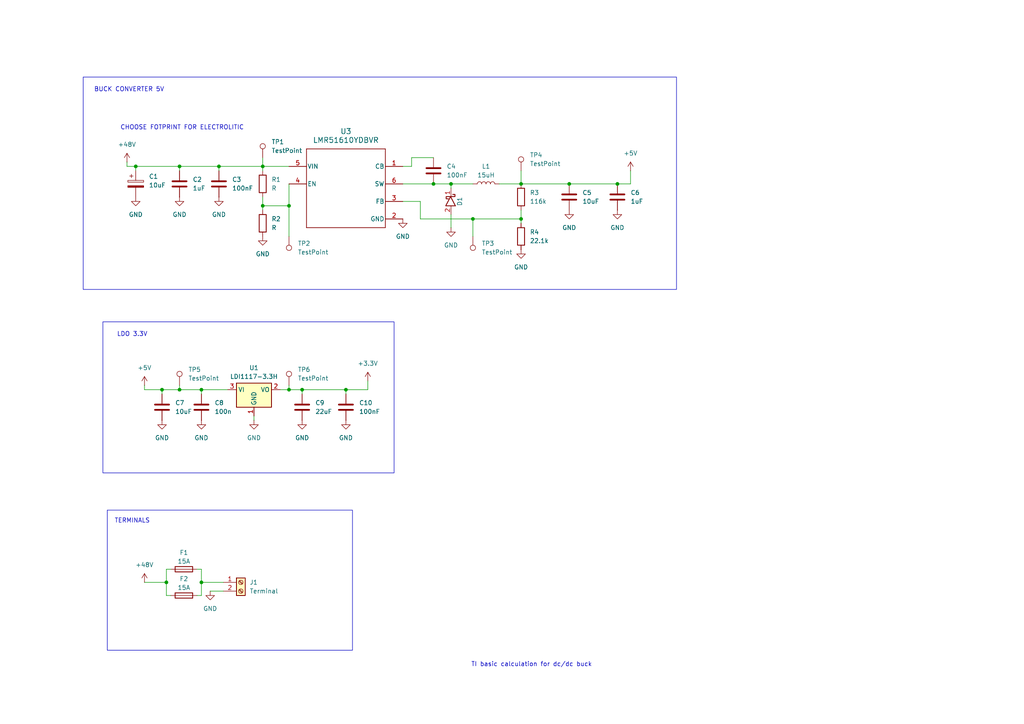
<source format=kicad_sch>
(kicad_sch (version 20250114) (generator "eeschema") (generator_version "9.0")
  (paper "A4")
  (lib_symbols
    (symbol "Connector:Screw_Terminal_01x02" (pin_names (offset 1.016) (hide yes))
      (property "Reference" "J" (at 0 2.54 0))
      (property "Value" "Screw_Terminal_01x02" (at 0 -5.08 0))
      (symbol "Screw_Terminal_01x02_1_1"
        (rectangle (start -1.27 1.27) (end 1.27 -3.81) (stroke (width 0.254)) (fill (type background)))
        (polyline (pts (xy -0.5334 0.3302) (xy 0.3302 -0.508)) (stroke (width 0.1524)))
        (polyline (pts (xy -0.5334 -2.2098) (xy 0.3302 -3.048)) (stroke (width 0.1524)))
        (polyline (pts (xy -0.3556 0.508) (xy 0.508 -0.3302)) (stroke (width 0.1524)))
        (polyline (pts (xy -0.3556 -2.032) (xy 0.508 -2.8702)) (stroke (width 0.1524)))
        (circle (center 0 0) (radius 0.635) (stroke (width 0.1524)))
        (circle (center 0 -2.54) (radius 0.635) (stroke (width 0.1524)))
        (pin passive line (at -5.08 0 0) (length 3.81) (name "Pin_1") (number "1"))
        (pin passive line (at -5.08 -2.54 0) (length 3.81) (name "Pin_2") (number "2"))
      )
    )
    (symbol "Connector:TestPoint" (pin_numbers (hide yes)) (pin_names (offset 0.762) (hide yes))
      (property "Reference" "TP" (at 0 6.858 0))
      (property "Value" "TestPoint" (at 0 5.08 0))
      (symbol "TestPoint_0_1"
        (circle (center 0 3.302) (radius 0.762))
      )
      (symbol "TestPoint_1_1"
        (pin passive line (at 0 0 90) (length 2.54) (name "1") (number "1"))
      )
    )
    (symbol "Device:C" (pin_numbers (hide yes)) (pin_names (offset 0.254))
      (property "Reference" "C" (at 0.635 2.54 0))
      (property "Value" "C" (at 0.635 -2.54 0))
      (symbol "C_0_1"
        (polyline (pts (xy -2.032 0.762) (xy 2.032 0.762)) (stroke (width 0.508)))
        (polyline (pts (xy -2.032 -0.762) (xy 2.032 -0.762)) (stroke (width 0.508)))
      )
      (symbol "C_1_1"
        (pin passive line (at 0 3.81 270) (length 2.794) (name "~") (number "1"))
        (pin passive line (at 0 -3.81 90) (length 2.794) (name "~") (number "2"))
      )
    )
    (symbol "Device:C_Polarized" (pin_numbers (hide yes)) (pin_names (offset 0.254))
      (property "Reference" "C" (at 0.635 2.54 0))
      (property "Value" "C_Polarized" (at 0.635 -2.54 0))
      (symbol "C_Polarized_0_1"
        (rectangle (start -2.286 0.508) (end 2.286 1.016))
        (polyline (pts (xy -1.778 2.286) (xy -0.762 2.286)))
        (polyline (pts (xy -1.27 2.794) (xy -1.27 1.778)))
        (rectangle (start 2.286 -0.508) (end -2.286 -1.016) (fill (type outline)))
      )
      (symbol "C_Polarized_1_1"
        (pin passive line (at 0 3.81 270) (length 2.794) (name "~") (number "1"))
        (pin passive line (at 0 -3.81 90) (length 2.794) (name "~") (number "2"))
      )
    )
    (symbol "Device:Fuse" (pin_numbers (hide yes)) (pin_names (offset 0))
      (property "Reference" "F" (at 2.032 0 90))
      (property "Value" "Fuse" (at -1.905 0 90))
      (symbol "Fuse_0_1"
        (rectangle (start -0.762 -2.54) (end 0.762 2.54) (stroke (width 0.254)))
        (polyline (pts (xy 0 2.54) (xy 0 -2.54)))
      )
      (symbol "Fuse_1_1"
        (pin passive line (at 0 3.81 270) (length 1.27) (name "~") (number "1"))
        (pin passive line (at 0 -3.81 90) (length 1.27) (name "~") (number "2"))
      )
    )
    (symbol "Device:L" (pin_numbers (hide yes)) (pin_names (offset 1.016) (hide yes))
      (property "Reference" "L" (at -1.27 0 90))
      (property "Value" "L" (at 1.905 0 90))
      (symbol "L_0_1"
        (arc (start 0 2.54) (mid 0.6323 1.905) (end 0 1.27))
        (arc (start 0 1.27) (mid 0.6323 0.635) (end 0 0))
        (arc (start 0 0) (mid 0.6323 -0.635) (end 0 -1.27))
        (arc (start 0 -1.27) (mid 0.6323 -1.905) (end 0 -2.54))
      )
      (symbol "L_1_1"
        (pin passive line (at 0 3.81 270) (length 1.27) (name "1") (number "1"))
        (pin passive line (at 0 -3.81 90) (length 1.27) (name "2") (number "2"))
      )
    )
    (symbol "Device:R" (pin_numbers (hide yes)) (pin_names (offset 0))
      (property "Reference" "R" (at 2.032 0 90))
      (property "Value" "R" (at 0 0 90))
      (symbol "R_0_1"
        (rectangle (start -1.016 -2.54) (end 1.016 2.54) (stroke (width 0.254)))
      )
      (symbol "R_1_1"
        (pin passive line (at 0 3.81 270) (length 1.27) (name "~") (number "1"))
        (pin passive line (at 0 -3.81 90) (length 1.27) (name "~") (number "2"))
      )
    )
    (symbol "LMR51610YDBVR:LMR51610YDBVR" (pin_names (offset 0.254))
      (property "Reference" "U" (at 0 2.54 0))
      (property "Value" "LMR51610YDBVR" (at 0 0 0))
      (symbol "LMR51610YDBVR_0_1"
        (polyline (pts (xy 5.08 5.08) (xy 5.08 -17.78)) (stroke (width 0.2032)))
        (polyline (pts (xy 5.08 -17.78) (xy 27.94 -17.78)) (stroke (width 0.2032)))
        (polyline (pts (xy 27.94 5.08) (xy 5.08 5.08)) (stroke (width 0.2032)))
        (polyline (pts (xy 27.94 -17.78) (xy 27.94 5.08)) (stroke (width 0.2032)))
        (pin power_in line (at 0 0 0) (length 5.08) (name "VIN") (number "5"))
        (pin input line (at 0 -5.08 0) (length 5.08) (name "EN") (number "4"))
        (pin unspecified line (at 33.02 0 180) (length 5.08) (name "CB") (number "1"))
        (pin unspecified line (at 33.02 -5.08 180) (length 5.08) (name "SW") (number "6"))
        (pin unspecified line (at 33.02 -10.16 180) (length 5.08) (name "FB") (number "3"))
        (pin power_in line (at 33.02 -15.24 180) (length 5.08) (name "GND") (number "2"))
      )
    )
    (symbol "Regulator_Linear:LM1117MP-3.3"
      (property "Reference" "U" (at -3.81 3.175 0))
      (property "Value" "LM1117MP-3.3" (at 0 3.175 0))
      (symbol "LM1117MP-3.3_0_1"
        (rectangle (start -5.08 -5.08) (end 5.08 1.905) (stroke (width 0.254)) (fill (type background)))
      )
      (symbol "LM1117MP-3.3_1_1"
        (pin power_in line (at -7.62 0 0) (length 2.54) (name "VI") (number "3"))
        (pin power_in line (at 0 -7.62 90) (length 2.54) (name "GND") (number "1"))
        (pin power_out line (at 7.62 0 180) (length 2.54) (name "VO") (number "2"))
      )
    )
    (symbol "SBR3U60P1-7:SBR3U60P1-7" (pin_names (hide yes))
      (property "Reference" "D" (at -5.842 6.096 0))
      (property "Value" "SBR3U60P1-7" (at -5.842 3.556 0))
      (symbol "SBR3U60P1-7_0_1"
        (polyline (pts (xy -2.032 0.508) (xy -2.032 1.143) (xy -1.397 1.143) (xy -1.397 -1.397) (xy -0.762 -1.397) (xy -0.762 -0.762)) (stroke (width 0.254)))
        (polyline (pts (xy 1.27 1.27) (xy 1.27 -1.524) (xy -1.397 -0.127) (xy 1.27 1.27)) (stroke (width 0.254)))
      )
      (symbol "SBR3U60P1-7_1_1"
        (pin passive line (at -3.81 0 0) (length 2.54) (name "") (number "1"))
        (pin passive line (at 3.81 0 180) (length 2.54) (name "") (number "2"))
      )
    )
    (symbol "power:+3.3V" (power) (pin_numbers (hide yes)) (pin_names (offset 0) (hide yes))
      (property "Value" "+3.3V" (at 0 3.556 0))
      (symbol "+3.3V_0_1"
        (polyline (pts (xy -0.762 1.27) (xy 0 2.54)))
        (polyline (pts (xy 0 2.54) (xy 0.762 1.27)))
        (polyline (pts (xy 0 0) (xy 0 2.54)))
      )
      (symbol "+3.3V_1_1"
        (pin power_in line (at 0 0 90) (length 0) (name "~") (number "1"))
      )
    )
    (symbol "power:+48V" (power) (pin_numbers (hide yes)) (pin_names (offset 0) (hide yes))
      (property "Value" "+48V" (at 0 3.556 0))
      (symbol "+48V_0_1"
        (polyline (pts (xy -0.762 1.27) (xy 0 2.54)))
        (polyline (pts (xy 0 2.54) (xy 0.762 1.27)))
        (polyline (pts (xy 0 0) (xy 0 2.54)))
      )
      (symbol "+48V_1_1"
        (pin power_in line (at 0 0 90) (length 0) (name "~") (number "1"))
      )
    )
    (symbol "power:+5V" (power) (pin_numbers (hide yes)) (pin_names (offset 0) (hide yes))
      (property "Value" "+5V" (at 0 3.556 0))
      (symbol "+5V_0_1"
        (polyline (pts (xy -0.762 1.27) (xy 0 2.54)))
        (polyline (pts (xy 0 2.54) (xy 0.762 1.27)))
        (polyline (pts (xy 0 0) (xy 0 2.54)))
      )
      (symbol "+5V_1_1"
        (pin power_in line (at 0 0 90) (length 0) (name "~") (number "1"))
      )
    )
    (symbol "power:GND" (power) (pin_numbers (hide yes)) (pin_names (offset 0) (hide yes))
      (property "Value" "GND" (at 0 -3.81 0))
      (symbol "GND_0_1"
        (polyline (pts (xy 0 0) (xy 0 -1.27) (xy 1.27 -1.27) (xy 0 -2.54) (xy -1.27 -1.27) (xy 0 -1.27)))
      )
      (symbol "GND_1_1"
        (pin power_in line (at 0 0 270) (length 0) (name "~") (number "1"))
      )
    )
  )
  (rectangle (start 31.115 147.955) (end 102.235 188.595))
  (rectangle (start 24.13 22.352) (end 196.215 83.947))
  (rectangle (start 29.845 93.345) (end 114.3 137.16))
  (text "LDO 3.3V\n" (at 38.354 97.028 0) (effects (font (size 1.27 1.27))))
  (text "BUCK CONVERTER 5V" (at 37.465 26.035 0) (effects (font (size 1.27 1.27))))
  (text "CHOOSE FOTPRINT FOR ELECTROLITIC" (at 52.832 37.084 0) (effects (font (size 1.27 1.27))))
  (text "TI basic calculation for dc/dc buck" (at 154.178 192.786 0) (effects (font (size 1.27 1.27))))
  (text "TERMINALS\n" (at 38.354 151.13 0) (effects (font (size 1.27 1.27))))
  (junction (at 58.42 113.03))
  (junction (at 151.13 53.34))
  (junction (at 52.07 48.26))
  (junction (at 76.2 48.26))
  (junction (at 83.82 113.03))
  (junction (at 100.33 113.03))
  (junction (at 58.42 168.91))
  (junction (at 125.73 53.34))
  (junction (at 130.81 53.34))
  (junction (at 52.07 113.03))
  (junction (at 48.26 168.91))
  (junction (at 76.2 59.69))
  (junction (at 87.63 113.03))
  (junction (at 165.1 53.34))
  (junction (at 46.99 113.03))
  (junction (at 39.37 48.26))
  (junction (at 179.07 53.34))
  (junction (at 63.5 48.26))
  (junction (at 137.16 63.5))
  (junction (at 151.13 63.5))
  (junction (at 83.82 59.69))
  (wire (pts (xy 83.82 59.69) (xy 76.2 59.69)))
  (wire (pts (xy 76.2 59.69) (xy 76.2 60.96)))
  (wire (pts (xy 119.38 48.26) (xy 116.84 48.26)))
  (wire (pts (xy 125.73 53.34) (xy 130.81 53.34)))
  (wire (pts (xy 46.99 113.03) (xy 46.99 114.3)))
  (wire (pts (xy 64.77 171.45) (xy 60.96 171.45)))
  (wire (pts (xy 76.2 57.15) (xy 76.2 59.69)))
  (wire (pts (xy 116.84 53.34) (xy 125.73 53.34)))
  (wire (pts (xy 36.83 48.26) (xy 36.83 46.99)))
  (wire (pts (xy 130.81 53.34) (xy 137.16 53.34)))
  (wire (pts (xy 130.81 62.23) (xy 130.81 66.04)))
  (wire (pts (xy 119.38 45.72) (xy 125.73 45.72)))
  (wire (pts (xy 49.53 172.72) (xy 48.26 172.72)))
  (wire (pts (xy 58.42 165.1) (xy 58.42 168.91)))
  (wire (pts (xy 83.82 48.26) (xy 76.2 48.26)))
  (wire (pts (xy 121.92 63.5) (xy 121.92 58.42)))
  (wire (pts (xy 63.5 48.26) (xy 76.2 48.26)))
  (wire (pts (xy 52.07 113.03) (xy 58.42 113.03)))
  (wire (pts (xy 87.63 113.03) (xy 87.63 114.3)))
  (wire (pts (xy 58.42 113.03) (xy 58.42 114.3)))
  (wire (pts (xy 39.37 48.26) (xy 39.37 49.53)))
  (wire (pts (xy 100.33 113.03) (xy 87.63 113.03)))
  (wire (pts (xy 58.42 113.03) (xy 66.04 113.03)))
  (wire (pts (xy 119.38 45.72) (xy 119.38 48.26)))
  (wire (pts (xy 73.66 121.92) (xy 73.66 120.65)))
  (wire (pts (xy 39.37 48.26) (xy 52.07 48.26)))
  (wire (pts (xy 83.82 53.34) (xy 83.82 59.69)))
  (wire (pts (xy 137.16 63.5) (xy 137.16 68.58)))
  (wire (pts (xy 151.13 49.53) (xy 151.13 53.34)))
  (wire (pts (xy 48.26 165.1) (xy 48.26 168.91)))
  (wire (pts (xy 57.15 165.1) (xy 58.42 165.1)))
  (wire (pts (xy 48.26 172.72) (xy 48.26 168.91)))
  (wire (pts (xy 151.13 60.96) (xy 151.13 63.5)))
  (wire (pts (xy 151.13 63.5) (xy 151.13 64.77)))
  (wire (pts (xy 179.07 53.34) (xy 182.88 53.34)))
  (wire (pts (xy 58.42 172.72) (xy 58.42 168.91)))
  (wire (pts (xy 36.83 48.26) (xy 39.37 48.26)))
  (wire (pts (xy 151.13 53.34) (xy 165.1 53.34)))
  (wire (pts (xy 81.28 113.03) (xy 83.82 113.03)))
  (wire (pts (xy 76.2 48.26) (xy 76.2 49.53)))
  (wire (pts (xy 48.26 168.91) (xy 41.91 168.91)))
  (wire (pts (xy 121.92 58.42) (xy 116.84 58.42)))
  (wire (pts (xy 52.07 48.26) (xy 52.07 49.53)))
  (wire (pts (xy 144.78 53.34) (xy 151.13 53.34)))
  (wire (pts (xy 41.91 113.03) (xy 41.91 111.76)))
  (wire (pts (xy 182.88 49.53) (xy 182.88 53.34)))
  (wire (pts (xy 100.33 113.03) (xy 100.33 114.3)))
  (wire (pts (xy 76.2 45.72) (xy 76.2 48.26)))
  (wire (pts (xy 52.07 48.26) (xy 63.5 48.26)))
  (wire (pts (xy 83.82 111.76) (xy 83.82 113.03)))
  (wire (pts (xy 41.91 113.03) (xy 46.99 113.03)))
  (wire (pts (xy 106.68 110.49) (xy 106.68 113.03)))
  (wire (pts (xy 83.82 113.03) (xy 87.63 113.03)))
  (wire (pts (xy 58.42 168.91) (xy 64.77 168.91)))
  (wire (pts (xy 83.82 59.69) (xy 83.82 68.58)))
  (wire (pts (xy 57.15 172.72) (xy 58.42 172.72)))
  (wire (pts (xy 106.68 113.03) (xy 100.33 113.03)))
  (wire (pts (xy 137.16 63.5) (xy 151.13 63.5)))
  (wire (pts (xy 63.5 48.26) (xy 63.5 49.53)))
  (wire (pts (xy 48.26 165.1) (xy 49.53 165.1)))
  (wire (pts (xy 130.81 53.34) (xy 130.81 54.61)))
  (wire (pts (xy 46.99 113.03) (xy 52.07 113.03)))
  (wire (pts (xy 165.1 53.34) (xy 179.07 53.34)))
  (wire (pts (xy 52.07 111.76) (xy 52.07 113.03)))
  (wire (pts (xy 121.92 63.5) (xy 137.16 63.5)))
  (symbol (lib_id "Connector:TestPoint") (at 151.13 49.53 0) (unit 1)
    (property "Reference" "TP4" (at 153.67 44.9579 0) (effects (justify left)))
    (property "Value" "TestPoint" (at 153.67 47.4979 0) (effects (justify left)))
    (property "Footprint" "TestPoint:TestPoint_Pad_D1.5mm" (effects (hide yes)))
    (property "Description" "test point" (effects (hide yes)))
  )
  (symbol (lib_id "power:GND") (at 46.99 121.92 0) (unit 1)
    (property "Reference" "#PWR06" (effects (hide yes)))
    (property "Value" "GND" (at 46.99 127 0))
    (property "Description" "Power symbol creates a global label with name \"GND\" , ground" (effects (hide yes)))
  )
  (symbol (lib_id "Device:C") (at 52.07 53.34 0) (unit 1)
    (property "Reference" "C2" (at 55.88 52.0699 0) (effects (justify left)))
    (property "Value" "1uF" (at 55.88 54.6099 0) (effects (justify left)))
    (property "Footprint" "Capacitor_SMD:C_0805_2012Metric_Pad1.18x1.45mm_HandSolder" (effects (hide yes)))
    (property "Description" "Unpolarized capacitor" (effects (hide yes)))
  )
  (symbol (lib_id "power:GND") (at 63.5 57.15 0) (unit 1)
    (property "Reference" "#PWR09" (effects (hide yes)))
    (property "Value" "GND" (at 63.5 62.23 0))
    (property "Description" "Power symbol creates a global label with name \"GND\" , ground" (effects (hide yes)))
  )
  (symbol (lib_id "power:GND") (at 179.07 60.96 0) (unit 1)
    (property "Reference" "#PWR019" (effects (hide yes)))
    (property "Value" "GND" (at 179.07 66.04 0))
    (property "Description" "Power symbol creates a global label with name \"GND\" , ground" (effects (hide yes)))
  )
  (symbol (lib_id "power:GND") (at 100.33 121.92 0) (unit 1)
    (property "Reference" "#PWR013" (effects (hide yes)))
    (property "Value" "GND" (at 100.33 127 0))
    (property "Description" "Power symbol creates a global label with name \"GND\" , ground" (effects (hide yes)))
  )
  (symbol (lib_id "power:GND") (at 52.07 57.15 0) (unit 1)
    (property "Reference" "#PWR07" (effects (hide yes)))
    (property "Value" "GND" (at 52.07 62.23 0))
    (property "Description" "Power symbol creates a global label with name \"GND\" , ground" (effects (hide yes)))
  )
  (symbol (lib_id "Device:Fuse") (at 53.34 172.72 270) (unit 1)
    (property "Reference" "F2" (at 53.34 167.894 90))
    (property "Value" "15A" (at 53.34 170.434 90))
    (property "Footprint" "Fuse:Fuse_Blade_ATO_directSolder" (effects (hide yes)))
    (property "Description" "Fuse" (effects (hide yes)))
  )
  (symbol (lib_id "Connector:TestPoint") (at 137.16 68.58 180) (unit 1)
    (property "Reference" "TP3" (at 139.7 70.6119 0) (effects (justify right)))
    (property "Value" "TestPoint" (at 139.7 73.1519 0) (effects (justify right)))
    (property "Footprint" "TestPoint:TestPoint_Pad_D1.5mm" (effects (hide yes)))
    (property "Description" "test point" (effects (hide yes)))
  )
  (symbol (lib_id "Device:C") (at 179.07 57.15 180) (unit 1)
    (property "Reference" "C6" (at 182.88 55.8799 0) (effects (justify right)))
    (property "Value" "1uF" (at 182.88 58.4199 0) (effects (justify right)))
    (property "Footprint" "Capacitor_SMD:C_0805_2012Metric_Pad1.18x1.45mm_HandSolder" (effects (hide yes)))
    (property "Description" "Unpolarized capacitor" (effects (hide yes)))
  )
  (symbol (lib_id "power:GND") (at 151.13 72.39 0) (unit 1)
    (property "Reference" "#PWR017" (effects (hide yes)))
    (property "Value" "GND" (at 151.13 77.47 0))
    (property "Description" "Power symbol creates a global label with name \"GND\" , ground" (effects (hide yes)))
  )
  (symbol (lib_id "power:GND") (at 60.96 171.45 0) (unit 1)
    (property "Reference" "#PWR05" (effects (hide yes)))
    (property "Value" "GND" (at 60.96 176.53 0))
    (property "Description" "Power symbol creates a global label with name \"GND\" , ground" (effects (hide yes)))
  )
  (symbol (lib_id "Device:R") (at 76.2 64.77 180) (unit 1)
    (property "Reference" "R2" (at 78.74 63.4999 0) (effects (justify right)))
    (property "Value" "R" (at 78.74 66.0399 0) (effects (justify right)))
    (property "Footprint" "Resistor_SMD:R_0603_1608Metric_Pad0.98x0.95mm_HandSolder" (effects (hide yes)))
    (property "Description" "Resistor" (effects (hide yes)))
  )
  (symbol (lib_id "Device:C") (at 165.1 57.15 180) (unit 1)
    (property "Reference" "C5" (at 168.91 55.8799 0) (effects (justify right)))
    (property "Value" "10uF" (at 168.91 58.4199 0) (effects (justify right)))
    (property "Footprint" "Capacitor_SMD:C_0805_2012Metric_Pad1.18x1.45mm_HandSolder" (effects (hide yes)))
    (property "Description" "Unpolarized capacitor" (effects (hide yes)))
  )
  (symbol (lib_id "power:GND") (at 165.1 60.96 0) (unit 1)
    (property "Reference" "#PWR018" (effects (hide yes)))
    (property "Value" "GND" (at 165.1 66.04 0))
    (property "Description" "Power symbol creates a global label with name \"GND\" , ground" (effects (hide yes)))
  )
  (symbol (lib_id "Device:Fuse") (at 53.34 165.1 90) (unit 1)
    (property "Reference" "F1" (at 53.34 160.274 90))
    (property "Value" "15A" (at 53.34 162.814 90))
    (property "Footprint" "Fuse:Fuse_Blade_ATO_directSolder" (effects (hide yes)))
    (property "Description" "Fuse" (effects (hide yes)))
  )
  (symbol (lib_id "power:GND") (at 73.66 121.92 0) (unit 1)
    (property "Reference" "#PWR010" (effects (hide yes)))
    (property "Value" "GND" (at 73.66 127 0))
    (property "Description" "Power symbol creates a global label with name \"GND\" , ground" (effects (hide yes)))
  )
  (symbol (lib_id "Device:L") (at 140.97 53.34 90) (unit 1)
    (property "Reference" "L1" (at 140.97 48.26 90))
    (property "Value" "15uH" (at 140.97 50.8 90))
    (property "Footprint" "Inductor_SMD:L_APV_ANR6045" (effects (hide yes)))
    (property "Datasheet" "https://www.mouser.pl/ProductDetail/TDK/VLS6045EX-150M?qs=oF%2FSscNnLpDh4m%2FVdQ%2FgKQ%3D%3D" (effects (hide yes)))
    (property "Description" "Inductor" (effects (hide yes)))
  )
  (symbol (lib_id "Connector:TestPoint") (at 52.07 111.76 0) (unit 1)
    (property "Reference" "TP5" (at 54.61 107.1879 0) (effects (justify left)))
    (property "Value" "TestPoint" (at 54.61 109.7279 0) (effects (justify left)))
    (property "Footprint" "TestPoint:TestPoint_Pad_D1.5mm" (effects (hide yes)))
    (property "Description" "test point" (effects (hide yes)))
  )
  (symbol (lib_id "power:+5V") (at 182.88 49.53 0) (unit 1)
    (property "Reference" "#PWR031" (effects (hide yes)))
    (property "Value" "+5V" (at 182.88 44.45 0))
    (property "Description" "Power symbol creates a global label with name \"+5V\"" (effects (hide yes)))
  )
  (symbol (lib_id "Regulator_Linear:LM1117MP-3.3") (at 73.66 113.03 0) (unit 1)
    (property "Reference" "U1" (at 73.66 106.68 0))
    (property "Value" "LDI1117-3.3H" (at 73.66 109.22 0))
    (property "Footprint" "Package_TO_SOT_SMD:SOT-223-3_TabPin2" (effects (hide yes)))
    (property "Datasheet" "https://www.tme.eu/Document/084a5eb18462203f10c4803bc35208f3/ldi1117h.pdf" (effects (hide yes)))
    (property "Description" "1A Low-Dropout Linear Regulator, 3.3V fixed output, SOT-223" (effects (hide yes)))
  )
  (symbol (lib_id "Connector:TestPoint") (at 83.82 111.76 0) (unit 1)
    (property "Reference" "TP6" (at 86.36 107.1879 0) (effects (justify left)))
    (property "Value" "TestPoint" (at 86.36 109.7279 0) (effects (justify left)))
    (property "Footprint" "TestPoint:TestPoint_Pad_D1.5mm" (effects (hide yes)))
    (property "Description" "test point" (effects (hide yes)))
  )
  (symbol (lib_id "Device:C") (at 87.63 118.11 0) (unit 1)
    (property "Reference" "C9" (at 91.44 116.8399 0) (effects (justify left)))
    (property "Value" "22uF" (at 91.44 119.3799 0) (effects (justify left)))
    (property "Footprint" "Capacitor_SMD:C_0805_2012Metric_Pad1.18x1.45mm_HandSolder" (effects (hide yes)))
    (property "Description" "Unpolarized capacitor" (effects (hide yes)))
  )
  (symbol (lib_id "Device:R") (at 76.2 53.34 180) (unit 1)
    (property "Reference" "R1" (at 78.74 52.0699 0) (effects (justify right)))
    (property "Value" "R" (at 78.74 54.6099 0) (effects (justify right)))
    (property "Footprint" "Resistor_SMD:R_0603_1608Metric_Pad0.98x0.95mm_HandSolder" (effects (hide yes)))
    (property "Description" "Resistor" (effects (hide yes)))
  )
  (symbol (lib_id "power:+48V") (at 36.83 46.99 0) (unit 1)
    (property "Reference" "#PWR01" (effects (hide yes)))
    (property "Value" "+48V" (at 36.83 41.91 0))
    (property "Description" "Power symbol creates a global label with name \"+48V\"" (effects (hide yes)))
  )
  (symbol (lib_id "power:GND") (at 130.81 66.04 0) (unit 1)
    (property "Reference" "#PWR016" (effects (hide yes)))
    (property "Value" "GND" (at 130.81 71.12 0))
    (property "Description" "Power symbol creates a global label with name \"GND\" , ground" (effects (hide yes)))
  )
  (symbol (lib_id "power:+3.3V") (at 106.68 110.49 0) (unit 1)
    (property "Reference" "#PWR014" (effects (hide yes)))
    (property "Value" "+3.3V" (at 106.68 105.41 0))
    (property "Description" "Power symbol creates a global label with name \"+3.3V\"" (effects (hide yes)))
  )
  (symbol (lib_id "Connector:Screw_Terminal_01x02") (at 69.85 168.91 0) (unit 1)
    (property "Reference" "J1" (at 72.39 168.9099 0) (effects (justify left)))
    (property "Value" "Terminal" (at 72.39 171.4499 0) (effects (justify left)))
    (property "Footprint" "TerminalBlock:TerminalBlock_Wuerth_691311400102_P7.62mm" (effects (hide yes)))
    (property "Description" "Generic screw terminal, single row, 01x02, script generated (kicad-library-utils/schlib/autogen/connector/)" (effects (hide yes)))
  )
  (symbol (lib_id "power:+5V") (at 41.91 111.76 0) (unit 1)
    (property "Reference" "#PWR03" (effects (hide yes)))
    (property "Value" "+5V" (at 41.91 106.68 0))
    (property "Description" "Power symbol creates a global label with name \"+5V\"" (effects (hide yes)))
  )
  (symbol (lib_id "power:GND") (at 76.2 68.58 0) (unit 1)
    (property "Reference" "#PWR011" (effects (hide yes)))
    (property "Value" "GND" (at 76.2 73.66 0))
    (property "Description" "Power symbol creates a global label with name \"GND\" , ground" (effects (hide yes)))
  )
  (symbol (lib_id "Device:R") (at 151.13 57.15 180) (unit 1)
    (property "Reference" "R3" (at 153.67 55.8799 0) (effects (justify right)))
    (property "Value" "116k" (at 153.67 58.4199 0) (effects (justify right)))
    (property "Footprint" "Resistor_SMD:R_0603_1608Metric_Pad0.98x0.95mm_HandSolder" (effects (hide yes)))
    (property "Description" "Resistor" (effects (hide yes)))
  )
  (symbol (lib_id "power:GND") (at 39.37 57.15 0) (unit 1)
    (property "Reference" "#PWR02" (effects (hide yes)))
    (property "Value" "GND" (at 39.37 62.23 0))
    (property "Description" "Power symbol creates a global label with name \"GND\" , ground" (effects (hide yes)))
  )
  (symbol (lib_id "Device:C") (at 125.73 49.53 180) (unit 1)
    (property "Reference" "C4" (at 129.54 48.2599 0) (effects (justify right)))
    (property "Value" "100nF" (at 129.54 50.7999 0) (effects (justify right)))
    (property "Footprint" "Capacitor_SMD:C_0603_1608Metric_Pad1.08x0.95mm_HandSolder" (effects (hide yes)))
    (property "Description" "Unpolarized capacitor" (effects (hide yes)))
  )
  (symbol (lib_id "Device:C") (at 58.42 118.11 0) (unit 1)
    (property "Reference" "C8" (at 62.23 116.8399 0) (effects (justify left)))
    (property "Value" "100n" (at 62.23 119.3799 0) (effects (justify left)))
    (property "Footprint" "Capacitor_SMD:C_0603_1608Metric_Pad1.08x0.95mm_HandSolder" (effects (hide yes)))
    (property "Description" "Unpolarized capacitor" (effects (hide yes)))
  )
  (symbol (lib_id "Device:C_Polarized") (at 39.37 53.34 0) (unit 1)
    (property "Reference" "C1" (at 43.18 51.1809 0) (effects (justify left)))
    (property "Value" "10uF" (at 43.18 53.7209 0) (effects (justify left)))
    (property "Footprint" "EMVY101ARA101MKE0S:CAPAE1300X1400N" (effects (hide yes)))
    (property "Description" "Polarized capacitor" (effects (hide yes)))
  )
  (symbol (lib_id "LMR51610YDBVR:LMR51610YDBVR") (at 83.82 48.26 0) (unit 1)
    (property "Reference" "U3" (at 100.33 38.1 0) (effects (font (size 1.524 1.524))))
    (property "Value" "LMR51610YDBVR" (at 100.33 40.64 0) (effects (font (size 1.524 1.524))))
    (property "Footprint" "Package_TO_SOT_SMD:SOT-23-6" (effects (hide yes)))
    (property "Datasheet" "LMR51610YDBVR" (effects (hide yes)))
  )
  (symbol (lib_id "power:GND") (at 87.63 121.92 0) (unit 1)
    (property "Reference" "#PWR012" (effects (hide yes)))
    (property "Value" "GND" (at 87.63 127 0))
    (property "Description" "Power symbol creates a global label with name \"GND\" , ground" (effects (hide yes)))
  )
  (symbol (lib_id "power:GND") (at 116.84 63.5 0) (unit 1)
    (property "Reference" "#PWR015" (effects (hide yes)))
    (property "Value" "GND" (at 116.84 68.58 0))
    (property "Description" "Power symbol creates a global label with name \"GND\" , ground" (effects (hide yes)))
  )
  (symbol (lib_id "Connector:TestPoint") (at 83.82 68.58 180) (unit 1)
    (property "Reference" "TP2" (at 86.36 70.6119 0) (effects (justify right)))
    (property "Value" "TestPoint" (at 86.36 73.1519 0) (effects (justify right)))
    (property "Footprint" "TestPoint:TestPoint_Pad_D1.5mm" (effects (hide yes)))
    (property "Description" "test point" (effects (hide yes)))
  )
  (symbol (lib_id "Device:C") (at 100.33 118.11 0) (unit 1)
    (property "Reference" "C10" (at 104.14 116.8399 0) (effects (justify left)))
    (property "Value" "100nF" (at 104.14 119.3799 0) (effects (justify left)))
    (property "Footprint" "Capacitor_SMD:C_0805_2012Metric_Pad1.18x1.45mm_HandSolder" (effects (hide yes)))
    (property "Description" "Unpolarized capacitor" (effects (hide yes)))
  )
  (symbol (lib_id "SBR3U60P1-7:SBR3U60P1-7") (at 130.81 58.42 270) (unit 1)
    (property "Reference" "D1" (at 133.35 58.42 0))
    (property "Value" "SBR3U60P1-7" (effects (hide yes)))
    (property "Footprint" "Diode_SMD:D_PowerDI-123" (effects (hide yes)))
    (property "Datasheet" "https://www.diodes.com//assets/Datasheets/SBR3U60P1.pdf" (effects (hide yes)))
    (property "Description" "Diodes Inc SBR3U60P1-7, SMT Schottky Diode, 60V 3A, 2-Pin PowerDI 123" (effects (hide yes)))
    (property "Height" "1" (effects (hide yes)))
    (property "Mouser Part Number" "621-SBR3U60P1-7" (effects (hide yes)))
    (property "Mouser Price/Stock" "https://www.mouser.co.uk/ProductDetail/Diodes-Incorporated/SBR3U60P1-7?qs=EumP11lMQtNogJZjibK0jQ%3D%3D" (effects (hide yes)))
    (property "Manufacturer_Name" "Diodes Incorporated" (effects (hide yes)))
    (property "Manufacturer_Part_Number" "SBR3U60P1-7" (effects (hide yes)))
  )
  (symbol (lib_id "power:+48V") (at 41.91 168.91 0) (unit 1)
    (property "Reference" "#PWR04" (effects (hide yes)))
    (property "Value" "+48V" (at 41.91 163.83 0))
    (property "Description" "Power symbol creates a global label with name \"+48V\"" (effects (hide yes)))
  )
  (symbol (lib_id "Device:R") (at 151.13 68.58 180) (unit 1)
    (property "Reference" "R4" (at 153.67 67.3099 0) (effects (justify right)))
    (property "Value" "22.1k" (at 153.67 69.8499 0) (effects (justify right)))
    (property "Footprint" "Resistor_SMD:R_0603_1608Metric_Pad0.98x0.95mm_HandSolder" (effects (hide yes)))
    (property "Description" "Resistor" (effects (hide yes)))
  )
  (symbol (lib_id "Device:C") (at 46.99 118.11 0) (unit 1)
    (property "Reference" "C7" (at 50.8 116.8399 0) (effects (justify left)))
    (property "Value" "10uF" (at 50.8 119.3799 0) (effects (justify left)))
    (property "Footprint" "Capacitor_SMD:C_0805_2012Metric_Pad1.18x1.45mm_HandSolder" (effects (hide yes)))
    (property "Description" "Unpolarized capacitor" (effects (hide yes)))
  )
  (symbol (lib_id "Device:C") (at 63.5 53.34 180) (unit 1)
    (property "Reference" "C3" (at 67.31 52.0699 0) (effects (justify right)))
    (property "Value" "100nF" (at 67.31 54.6099 0) (effects (justify right)))
    (property "Footprint" "Capacitor_SMD:C_0805_2012Metric_Pad1.18x1.45mm_HandSolder" (effects (hide yes)))
    (property "Description" "Unpolarized capacitor" (effects (hide yes)))
  )
  (symbol (lib_id "Connector:TestPoint") (at 76.2 45.72 0) (unit 1)
    (property "Reference" "TP1" (at 78.74 41.1479 0) (effects (justify left)))
    (property "Value" "TestPoint" (at 78.74 43.6879 0) (effects (justify left)))
    (property "Footprint" "TestPoint:TestPoint_Pad_D1.5mm" (effects (hide yes)))
    (property "Description" "test point" (effects (hide yes)))
  )
  (symbol (lib_id "power:GND") (at 58.42 121.92 0) (unit 1)
    (property "Reference" "#PWR08" (effects (hide yes)))
    (property "Value" "GND" (at 58.42 127 0))
    (property "Description" "Power symbol creates a global label with name \"GND\" , ground" (effects (hide yes)))
  )
)
</source>
